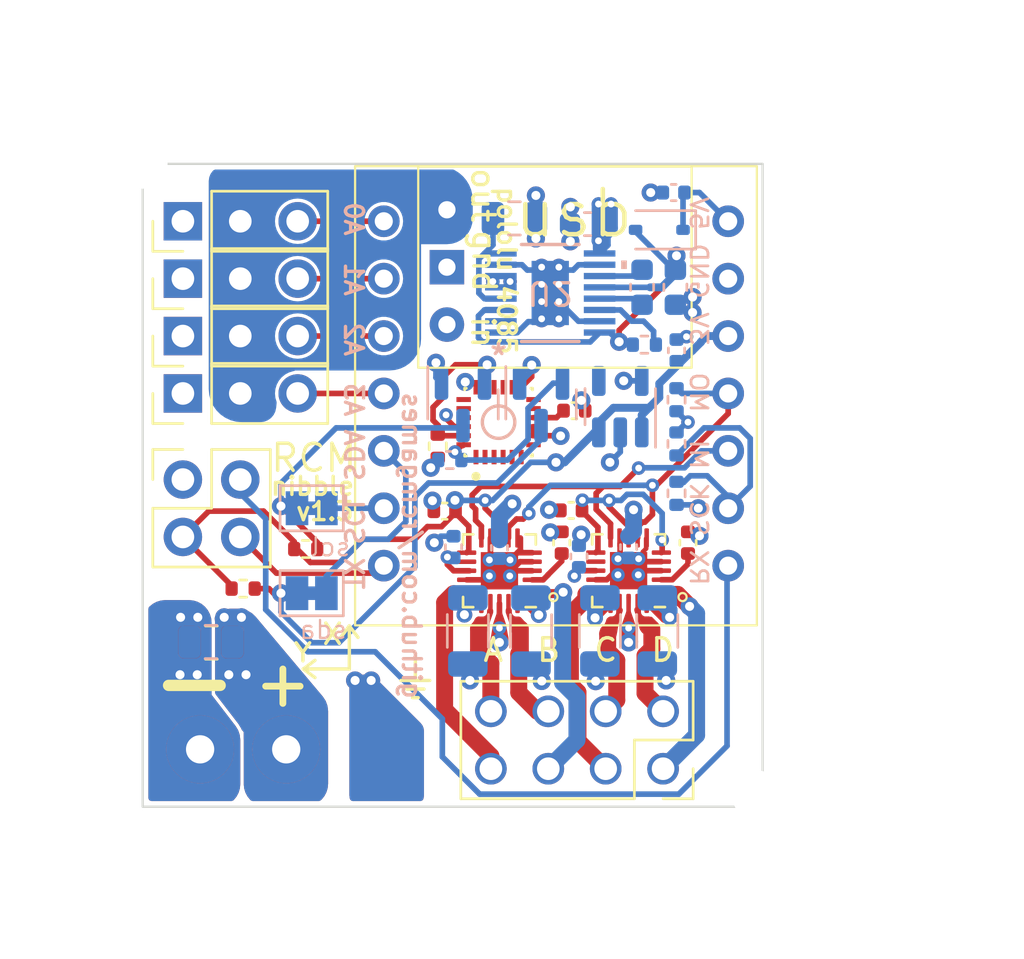
<source format=kicad_pcb>
(kicad_pcb (version 20221018) (generator pcbnew)
  (layers (0 "F.Cu" signal) (1 "In1.Cu" signal) (2 "In2.Cu" signal) (31 "B.Cu" signal) (34 "B.Paste" user) (35 "F.Paste" user) (36 "B.SilkS" user "B.Silkscreen") (37 "F.SilkS" user "F.Silkscreen") (38 "B.Mask" user) (39 "F.Mask" user) (44 "Edge.Cuts" user))
  (net 0 "")
  (net 1 "GND")
  (net 2 "3v")
  (net 3 "Net-(IC1-1,8Vout)")
  (net 4 "Net-(IC2-1,8Vout)")
  (net 5 "Net-(D1-K)")
  (net 6 "Net-(ESP32_QT_PY1-A1)")
  (net 7 "Net-(IC1-VCP)")
  (net 8 "Net-(IC2-VCP)")
  (net 9 "Net-(IC1-OA2)")
  (net 11 "Net-(IC1-OB2)")
  (net 12 "Net-(IC1-BRB)")
  (net 13 "uart")
  (net 14 "sda")
  (net 15 "Net-(IC1-OB1)")
  (net 16 "Net-(IC1-OA1)")
  (net 17 "scl")
  (net 18 "Net-(ESP32_QT_PY1-A2)")
  (net 19 "Net-(ESP32_QT_PY1-A3)")
  (net 20 "enab")
  (net 21 "Net-(ESP32_QT_PY1-A0)")
  (net 22 "Net-(ESP32_QT_PY1-RX)")
  (net 23 "Net-(IC1-BRA)")
  (net 24 "Net-(IC2-OA2)")
  (net 26 "Net-(IC2-OB2)")
  (net 27 "Net-(IC2-BRB)")
  (net 28 "Net-(IC2-OB1)")
  (net 29 "vbat")
  (net 30 "servopower")
  (net 31 "5v")
  (net 45 "Net-(Q3-D)")
  (net 49 "Net-(Q4-D)")
  (net 50 "Net-(Q3-S)")
  (net 51 "Net-(Q4-S)")
  (net 52 "Net-(U3-REGOUT)")
  (net 53 "Net-(ESP32_QT_PY1-TX)")
  (net 54 "Net-(ESP32_QT_PY1-SCK)")
  (net 55 "1.8")
  (net 57 "Net-(IC2-OA1)")
  (net 58 "Net-(IC2-BRA)")
  (net 60 "Net-(C9-Pad2)")
  (net 61 "Net-(U2-C)")
  (net 62 "Net-(U2-C+)")
  (net 63 "Net-(U2-*RST)")
  (footprint "!RCMhardware footprints:PinSocket_2x04_P2.54mm_Vertical" (layer "F.Cu") (at 150.9168 61.0832 -90)
    (fp_text reference "J6" hide)
    (fp_text value "2x04 female header pins")
  )
  (footprint "Connector_PinHeader_2.54mm:PinHeader_1x03_P2.54mm_Vertical" (layer "F.Cu") (at 129.667 36.857 90)
    (fp_text reference "J5" hide)
    (fp_text value "Conn_01x03")
  )
  (footprint "Connector_PinHeader_2.54mm:PinHeader_1x03_P2.54mm_Vertical" (layer "F.Cu") (at 129.667 44.477 90)
    (fp_text reference "J4" hide)
    (fp_text value "Conn_01x03")
  )
  (footprint "!RCMhardware footprints:pololu4085" (layer "F.Cu") (at 141.351 36.349 -90)
    (fp_text reference "U1" hide)
    (fp_text value "pololu 4085")
  )
  (footprint "Capacitor_SMD:C_0805_2012Metric" (layer "F.Cu") (at 130.9268 55.5006 180)
    (fp_text reference "C16" hide)
    (fp_text value "22uF/0805/>=16V")
  )
  (footprint "Connector_PinHeader_2.54mm:PinHeader_1x03_P2.54mm_Vertical" (layer "F.Cu") (at 129.667 41.937 90)
    (fp_text reference "J3" hide)
    (fp_text value "Conn_01x03")
  )
  (footprint "Capacitor_SMD:C_0402_1005Metric" (layer "F.Cu") (at 146.431 51.081 -90)
    (fp_text reference "C17" hide)
    (fp_text value "100nF/0402/16V/X7R/<=10%/ceramic")
  )
  (footprint "!RCMhardware footprints:ESP32 QT PY" (layer "F.Cu") (at 146.177 44.477)
    (fp_text reference "ESP32_QT_PY1" hide)
    (fp_text value "microcontroller")
  )
  (footprint "Connector_PinHeader_2.54mm:PinHeader_2x02_P2.54mm_Vertical" (layer "F.Cu") (at 129.667 48.287)
    (fp_text reference "J9" hide)
    (fp_text value "Conn_02x02_Top_Bottom")
  )
  (footprint "Connector_PinHeader_2.54mm:PinHeader_1x03_P2.54mm_Vertical" (layer "F.Cu") (at 129.667 39.397 90)
    (fp_text reference "J2" hide)
    (fp_text value "Conn_01x03")
  )
  (footprint "Capacitor_SMD:C_0402_1005Metric" (layer "F.Cu") (at 146.9898 45.239)
    (fp_text reference "C11" hide)
    (fp_text value "100nF/0402/16V/X7R/<=10%/ceramic")
  )
  (footprint "Capacitor_SMD:C_0402_1005Metric" (layer "F.Cu") (at 146.85 49.651974 180)
    (fp_text reference "C7" hide)
    (fp_text value "100nF/0402/16V/X7R/<=10%/ceramic")
  )
  (footprint "MountingHole:MountingHole_2.2mm_M2" (layer "F.Cu") (at 155.067 62.257)
    (fp_text reference "H2" hide)
    (fp_text value "MountingHole")
  )
  (footprint "Capacitor_SMD:C_0402_1005Metric" (layer "F.Cu") (at 152.019 51.081 -90)
    (fp_text reference "C18" hide)
    (fp_text value "100nF/0402/16V/X7R/<=10%/ceramic")
  )
  (footprint "!RCMhardware footprints:battery wires" (layer "F.Cu") (at 130.429 60.225 -90)
    (fp_text reference "J1" hide)
    (fp_text value "pads to solder wires to" hide)
  )
  (footprint "Capacitor_SMD:C_0402_1005Metric" (layer "F.Cu") (at 141.252 49.684 180)
    (fp_text reference "C4" hide)
    (fp_text value "100nF/0402/16V/X7R/<=10%/ceramic")
  )
  (footprint "MountingHole:MountingHole_2.2mm_M2" (layer "F.Cu") (at 127.889 34.317)
    (fp_text reference "H1" hide)
    (fp_text value "MountingHole")
  )
  (footprint "Resistor_SMD:R_0402_1005Metric" (layer "F.Cu") (at 132.334 53.113)
    (fp_text reference "R12" hide)
    (fp_text value "10k / <=1%")
  )
  (footprint "!RCMhardware footprints:QFN-20-1EP_3x3mm_P0.4mm_EP1.65x1.65mm" (layer "F.Cu") (at 143.675 52.3234 180)
    (fp_text reference "IC1" hide)
    (fp_text value "TMC7300")
  )
  (footprint "!RCMhardware footprints:QFN40P300X300X105-24N" (layer "F.Cu") (at 143.637 45.747 90)
    (fp_text reference "U3" hide)
    (fp_text value "ICM-20948")
  )
  (footprint "!RCMhardware footprints:QFN-20-1EP_3x3mm_P0.4mm_EP1.65x1.65mm" (layer "F.Cu") (at 149.39 52.318974 180)
    (fp_text reference "IC2" hide)
    (fp_text value "TMC7300")
  )
  (footprint "Resistor_SMD:R_0402_1005Metric" (layer "F.Cu") (at 140.9446 46.8138 -90)
    (fp_text reference "R10" hide)
    (fp_text value "10k / <=1%")
  )
  (footprint "Resistor_SMD:R_0402_1005Metric" (layer "F.Cu") (at 135.1026 51.3604 180)
    (fp_text reference "R9" hide)
    (fp_text value "10k / <=1%")
  )
  (footprint "Resistor_SMD:R_0402_1005Metric" (layer "B.Cu") (at 150.0886 42.318 180)
    (fp_text reference "R7" hide)
    (fp_text value "10k / <=1%")
  )
  (footprint "Capacitor_SMD:C_0603_1608Metric" (layer "B.Cu") (at 147.574 36.984 180)
    (fp_text reference "C13" hide)
    (fp_text value "2.2uF/0603/>=16V")
  )
  (footprint "Capacitor_SMD:C_0402_1005Metric" (layer "B.Cu") (at 149.39 51.274974 -90)
    (fp_text reference "C6" hide)
    (fp_text value "100nF/0402/16V/X7R/<=10%/ceramic")
  )
  (footprint "Package_TO_SOT_SMD:SOT-23" (layer "B.Cu") (at 145.5166 44.9596 -90)
    (fp_text reference "Q4" hide)
    (fp_text value "BSS138, N channel mosfet >=0.22A")
  )
  (footprint "Capacitor_SMD:C_0805_2012Metric" (layer "B.Cu") (at 130.9116 55.4752 180)
    (fp_text reference "C2" hide)
    (fp_text value "22uF/0805/>=16V")
  )
  (footprint "Capacitor_SMD:C_0402_1005Metric" (layer "B.Cu") (at 143.675 51.307 -90)
    (fp_text reference "C3" hide)
    (fp_text value "100nF/0402/16V/X7R/<=10%/ceramic")
  )
  (footprint "Capacitor_SMD:C_0402_1005Metric" (layer "B.Cu") (at 141.643 51.274974 90)
    (fp_text reference "C5" hide)
    (fp_text value "100nF/0402/16V/X7R/<=10%/ceramic")
  )
  (footprint "Capacitor_SMD:C_0603_1608Metric" (layer "B.Cu") (at 151.4602 39.778 90)
    (fp_text reference "C12" hide)
    (fp_text value "22uF/0603/>=16V")
  )
  (footprint "Resistor_SMD:R_0402_1005Metric" (layer "B.Cu") (at 141.478 47.4234)
    (fp_text reference "R13" hide)
    (fp_text value "10k / <=1%")
  )
  (footprint "Jumper:SolderJumper-2_P1.3mm_Bridged_Pad1.0x1.5mm" (layer "B.Cu") (at 135.367 53.3162 180)
    (fp_text reference "NT2" hide)
    (fp_text value "NetTie_2")
  )
  (footprint "Resistor_SMD:R_1206_3216Metric" (layer "B.Cu") (at 150.66 54.985974 90)
    (fp_text reference "R5" hide)
    (fp_text value "120mΩ / 0.5W / 1206 / <=1%")
  )
  (footprint "Diode_SMD:D_SOD-323" (layer "B.Cu") (at 150.749 37.238 180)
    (fp_text reference "D1" hide)
    (fp_text value "1A Zener Diode  / >=1A")
  )
  (footprint "!RCMhardware footprints:MSE_16_ADI" (layer "B.Cu") (at 145.923 40.032)
    (fp_text reference "U2")
    (fp_text value "LTC3246EMSE-PBF / 500mA charge pump")
  )
  (footprint "Resistor_SMD:R_0402_1005Metric" (layer "B.Cu") (at 151.511 46.7102 90)
    (fp_text reference "R2" hide)
    (fp_text value "10k / <=1%")
  )
  (footprint "Resistor_SMD:R_1206_3216Metric" (layer "B.Cu") (at 148.12 54.985974 90)
    (fp_text reference "R6" hide)
    (fp_text value "120mΩ / 0.5W / 1206 / <=1%")
  )
  (footprint "Package_TO_SOT_SMD:SOT-23" (layer "B.Cu") (at 142.0622 44.9596 -90)
    (fp_text reference "Q3" hide)
    (fp_text value "BSS138, N channel mosfet >=0.22A")
  )
  (footprint "Capacitor_SMD:C_0805_2012Metric" (layer "B.Cu") (at 144.338 36.73 180)
    (fp_text reference "C9" hide)
    (fp_text value "22uF/0805/>=16V")
  )
  (footprint "Package_TO_SOT_SMD:SOT-23-5" (layer "B.Cu") (at 149.0218 45.0612 90)
    (fp_text reference "U4" hide)
    (fp_text value "MIC5225-1.8V")
  )
  (footprint "Resistor_SMD:R_1206_3216Metric" (layer "B.Cu") (at 142.278 54.985974 90)
    (fp_text reference "R4" hide)
    (fp_text value "120mΩ / 0.5W / 1206 / <=1%")
  )
  (footprint "Resistor_SMD:R_0402_1005Metric" (layer "B.Cu") (at 151.511 48.8966 90)
    (fp_text reference "R1" hide)
    (fp_text value "30k / <=1%")
  )
  (footprint "Resistor_SMD:R_0402_1005Metric" (layer "B.Cu") (at 151.511 44.7544 -90)
    (fp_text reference "R11" hide)
    (fp_text value "10k / <=1%")
  )
  (footprint "Capacitor_SMD:C_0402_1005Metric" (layer "B.Cu") (at 151.511 42.572 90)
    (fp_text reference "C15" hide)
    (fp_text value "100nF/0402/16V/X7R/<=10%/ceramic")
  )
  (footprint "Capacitor_SMD:C_0402_1005Metric" (layer "B.Cu") (at 147.193 51.6906 90)
    (fp_text reference "C8" hide)
    (fp_text value "100nF/0402/16V/X7R/<=10%/ceramic")
  )
  (footprint "Capacitor_SMD:C_0402_1005Metric" (layer "B.Cu") (at 151.384 35.587 180)
    (fp_text reference "C1" hide)
    (fp_text value "100nF/0402/16V/X7R/<=10%/ceramic")
  )
  (footprint "Capacitor_SMD:C_0603_1608Metric" (layer "B.Cu") (at 149.987 39.778 90)
    (fp_text reference "C10" hide)
    (fp_text value "2.2uF/0603/>=16V")
  )
  (footprint "Jumper:SolderJumper-2_P1.3mm_Bridged_Pad1.0x1.5mm" (layer "B.Cu") (at 135.367 49.557 180)
    (fp_text reference "NT1" hide)
    (fp_text value "NetTie_2")
  )
  (footprint "Resistor_SMD:R_1206_3216Metric" (layer "B.Cu") (at 145.072 54.9904 90)
    (fp_text reference "R3" hide)
    (fp_text value "120mΩ / 0.5W / 1206 / <=1%")
  )
  (gr_circle (center 143.637 45.747) (end 143.129 45.239) (stroke (width 0.15)) (fill none) (layer "B.SilkS"))
  (gr_line (start 135.509 56.288) (end 135.001 56.669) (stroke (width 0.15)) (layer "F.SilkS"))
  (gr_line (start 135.001 56.669) (end 137.033 56.669) (stroke (width 0.15)) (layer "F.SilkS"))
  (gr_line (start 135.509 57.05) (end 135.001 56.669) (stroke (width 0.15)) (layer "F.SilkS"))
  (gr_line (start 137.414 55.272) (end 137.033 54.764) (stroke (width 0.15)) (layer "F.SilkS"))
  (gr_line (start 139.954 56.161) (end 139.954 57.177) (stroke (width 0.15)) (layer "F.SilkS"))
  (gr_line (start 137.033 54.764) (end 136.652 55.272) (stroke (width 0.15)) (layer "F.SilkS"))
  (gr_line (start 139.573 57.558) (end 140.335 57.558) (stroke (width 0.15)) (layer "F.SilkS"))
  (gr_line (start 137.033 56.669) (end 137.033 54.764) (stroke (width 0.15)) (layer "F.SilkS"))
  (gr_line (start 140.589 57.177) (end 139.319 57.177) (stroke (width 0.15)) (layer "F.SilkS"))
  (gr_line (start 140.081 57.939) (end 139.827 57.939) (stroke (width 0.15)) (layer "F.SilkS"))
  (gr_rect (start 127.889 34.317) (end 155.321 62.765) (stroke (width 0.1)) (fill none) (layer "Edge.Cuts"))
  (gr_text "scl\n" (at 137.1346 51.7414) (layer "B.SilkS") (effects (font (size 0.8 0.8) (thickness 0.1)) (justify left bottom mirror)))
  (gr_text "TX SCL SDA A3  A2  A1  A0\n" (at 137.6934 44.5786 270) (layer "B.SilkS") (effects (font (size 0.8 0.8)) (justify top mirror)))
  (gr_text "RX SCK MI  MO  3V GND 5V" (at 152.9334 44.3754 270) (layer "B.SilkS") (effects (font (size 0.75 0.8) (thickness 0.12)) (justify top mirror)))
  (gr_text "github.com/rcmgames" (at 139.319 58.066 -90) (layer "B.SilkS") (effects (font (size 0.8 0.8)) (justify left bottom mirror)))
  (gr_text "sda" (at 136.9822 55.399) (layer "B.SilkS") (effects (font (size 0.8 0.8) (thickness 0.1)) (justify left bottom mirror)))
  (gr_text "Y\n" (at 134.493 56.415) (layer "F.SilkS") (effects (font (size 0.8 0.9)) (justify left bottom)))
  (gr_text "v1.3" (at 134.5946 50.1666) (layer "F.SilkS") (effects (font (size 0.8 0.8)) (justify left bottom)))
  (gr_text "X" (at 135.763 55.653) (layer "F.SilkS") (effects (font (size 0.9 0.9)) (justify left bottom)))
  (gr_text "nibble\n" (at 133.477 49.049) (layer "F.SilkS") (effects (font (size 0.8 0.8)) (justify left bottom)))
  (gr_text "A  B  C  D\n" (at 142.875 56.415) (layer "F.SilkS") (effects (font (size 1 1)) (justify left bottom)))
  (gr_text "RCM" (at 133.477 48.033) (layer "F.SilkS") (effects (font (size 1.2 1.2)) (justify left bottom)))
  (segment (start 144.183 52.3234) (end 144.583 51.9234) (width 0.25) (layer "F.Cu") (net 1))
  (segment (start 143.275 50.8734) (end 143.275 51.9234) (width 0.25) (layer "F.Cu") (net 1))
  (segment (start 143.275 51.9234) (end 143.675 52.3234) (width 0.25) (layer "F.Cu") (net 1))
  (segment (start 150.025 51.483238) (end 150.165 51.343238) (width 0.2) (layer "F.Cu") (net 1))
  (segment (start 149.39 52.318974) (end 149.015 51.943974) (width 0.25) (layer "F.Cu") (net 1))
  (segment (start 144.602 51.3964) (end 144.475 51.5234) (width 0.25) (layer "F.Cu") (net 1))
  (segment (start 149.015 51.943974) (end 149.015 51.107647) (width 0.25) (layer "F.Cu") (net 1))
  (segment (start 148.42462 52.718974) (end 147.94 52.718974) (width 0.25) (layer "F.Cu") (net 1))
  (segment (start 144.602 50.8734) (end 144.602 51.3964) (width 0.25) (layer "F.Cu") (net 1))
  (segment (start 145.125 52.3234) (end 144.183 52.3234) (width 0.25) (layer "F.Cu") (net 1))
  (segment (start 150.84 51.918974) (end 149.79 51.918974) (width 0.25) (layer "F.Cu") (net 1))
  (segment (start 149.39 51.754974) (end 149.39 52.318974) (width 0.25) (layer "F.Cu") (net 1))
  (segment (start 143.675215 52.818225) (end 143.58039 52.7234) (width 0.25) (layer "F.Cu") (net 1))
  (segment (start 143.58039 52.7234) (end 142.225 52.7234) (width 0.25) (layer "F.Cu") (net 1))
  (segment (start 149.39 51.754974) (end 149.78862 51.754974) (width 0.25) (layer "F.Cu") (net 1))
  (segment (start 145.125 51.5234) (end 144.475 51.5234) (width 0.25) (layer "F.Cu") (net 1))
  (segment (start 148.882 52.191974) (end 148.882 52.261594) (width 0.25) (layer "F.Cu") (net 1))
  (segment (start 144.475 51.5234) (end 143.675 52.3234) (width 0.25) (layer "F.Cu") (net 1))
  (segment (start 149.79 51.918974) (end 149.39 52.318974) (width 0.25) (layer "F.Cu") (net 1))
  (segment (start 148.882 52.261594) (end 148.42462 52.718974) (width 0.25) (layer "F.Cu") (net 1))
  (segment (start 149.78862 51.754974) (end 150.025 51.518594) (width 0.2) (layer "F.Cu") (net 1))
  (segment (start 143.713129 51.669149) (end 143.803385 51.669149) (width 0.25) (layer "F.Cu") (net 1))
  (segment (start 150.165 51.343238) (end 150.165 50.893974) (width 0.2) (layer "F.Cu") (net 1))
  (segment (start 144.583 51.9234) (end 145.125 51.9234) (width 0.25) (layer "F.Cu") (net 1))
  (segment (start 150.84 52.318974) (end 149.39 52.318974) (width 0.25) (layer "F.Cu") (net 1))
  (segment (start 150.025 51.518594) (end 150.025 51.483238) (width 0.2) (layer "F.Cu") (net 1))
  (via (at 145.873691 49.624938) (size 0.8) (drill 0.4) (layers "F.Cu" "B.Cu") (net 1))
  (via (at 150.368 35.587) (size 0.8) (drill 0.4) (layers "F.Cu" "B.Cu") (net 1))
  (via (at 146.304 39.651) (size 0.75) (drill 0.3) (layers "F.Cu" "B.Cu") (net 1))
  (via (at 146.812 36.222) (size 0.8) (drill 0.4) (layers "F.Cu" "B.Cu") (net 1))
  (via (at 147.2905 50.726176) (size 0.8) (drill 0.4) (layers "F.Cu" "B.Cu") (net 1))
  (via (at 144.129884 52.5542) (size 0.6) (drill 0.3) (layers "F.Cu" "B.Cu") (net 1))
  (via (at 145.288 35.714) (size 0.8) (drill 0.4) (layers "F.Cu" "B.Cu") (net 1))
  (via (at 146.304 41.175) (size 0.75) (drill 0.3) (layers "F.Cu" "B.Cu") (net 1))
  (via (at 151.0538 57.177) (size 0.8) (drill 0.4) (layers "F.Cu" "B.Cu") (net 1))
  (via (at 129.54 56.923) (size 0.8) (drill 0.4) (layers "F.Cu" "B.Cu") (net 1))
  (via (at 145.288 37.619) (size 0.8) (drill 0.4) (layers "F.Cu" "B.Cu") (net 1))
  (via (at 129.5654 54.383) (size 0.8) (drill 0.4) (layers "F.Cu" "B.Cu") (net 1))
  (via (at 152.2222 40.8956) (size 0.8) (drill 0.4) (layers "F.Cu" "B.Cu") (net 1))
  (via (at 152.2222 40.2098) (size 0.8) (drill 0.4) (layers "F.Cu" "B.Cu") (net 1))
  (via (at 148.5646 47.525) (size 0.8) (drill 0.4) (layers "F.Cu" "B.Cu") (net 1))
  (via (at 137.9982 57.177) (size 0.8) (drill 0.4) (layers "F.Cu" "B.Cu") (net 1))
  (via (at 142.1627 43.969) (size 0.8) (drill 0.4) (layers "F.Cu" "B.Cu") (net 1))
  (via (at 140.7922 51.081) (size 0.8) (drill 0.4) (layers "F.Cu" "B.Cu") (net 1))
  (via (at 140.710344 49.221144) (size 0.8) (drill 0.4) (layers "F.Cu" "B.Cu") (net 1))
  (via (at 145.542 40.413) (size 0.75) (drill 0.3) (layers "F.Cu" "B.Cu") (net 1))
  (via (at 145.542 41.175) (size 0.75) (drill 0.3) (layers "F.Cu" "B.Cu") (net 1))
  (via (at 152.019 45.747) (size 0.6) (drill 0.3) (layers "F.Cu" "B.Cu") (net 1))
  (via (at 137.287 57.177) (size 0.8) (drill 0.4) (layers "F.Cu" "B.Cu") (net 1))
  (via (at 130.302 56.923) (size 0.8) (drill 0.4) (layers "F.Cu" "B.Cu") (net 1))
  (via (at 146.812 37.746) (size 0.8) (drill 0.4) (layers "F.Cu" "B.Cu") (net 1))
  (via (at 145.5475 57.201099) (size 0.8) (drill 0.4) (layers "F.Cu" "B.Cu") (net 1))
  (via (at 130.3274 54.383) (size 0.8) (drill 0.4) (layers "F.Cu" "B.Cu") (net 1))
  (via (at 143.2306 51.843) (size 0.6) (drill 0.3) (layers "F.Cu" "B.Cu") (net 1))
  (via (at 151.952018 41.965367) (size 0.6) (drill 0.3) (layers "F.Cu" "B.Cu") (net 1))
  (via (at 146.304 38.889) (size 0.75) (drill 0.3) (layers "F.Cu" "B.Cu") (net 1))
  (via (at 149.8346 51.7922) (size 0.6) (drill 0.3) (layers "F.Cu" "B.Cu") (net 1))
  (via (at 148.9202 52.5034) (size 0.6) (drill 0.3) (layers "F.Cu" "B.Cu") (net 1))
  (via (at 147.298604 44.7818) (size 0.8) (drill 0.4) (layers "F.Cu" "B.Cu") (net 1))
  (via (at 143.2306 52.5542) (size 0.6) (drill 0.3) (layers "F.Cu" "B.Cu") (net 1))
  (via (at 145.542 39.651) (size 0.75) (drill 0.3) (layers "F.Cu" "B.Cu") (net 1))
  (via (at 149.819484 52.5034) (size 0.6) (drill 0.3) (layers "F.Cu" "B.Cu") (net 1))
  (via (at 145.542 38.889) (size 0.75) (drill 0.3) (layers "F.Cu" "B.Cu") (net 1))
  (via (at 142.369 57.177) (size 0.8) (drill 0.4) (layers "F.Cu" "B.Cu") (net 1))
  (via (at 148.9202 51.7922) (size 0.6) (drill 0.3) (layers "F.Cu" "B.Cu") (net 1))
  (via (at 146.304 40.413) (size 0.75) (drill 0.3) (layers "F.Cu" "B.Cu") (net 1))
  (via (at 144.145 51.843) (size 0.6) (drill 0.3) (layers "F.Cu" "B.Cu") (net 1))
  (via (at 147.933826 57.209355) (size 0.8) (drill 0.4) (layers "F.Cu" "B.Cu") (net 1))
  (segment (start 144.94571 41.302) (end 145.542 41.302) (width 0.25) (layer "B.Cu") (net 1))
  (segment (start 146.177 39.778) (end 145.923 40.032) (width 0.25) (layer "B.Cu") (net 1))
  (segment (start 146.304 39.778) (end 146.177 39.778) (width 0.25) (layer "B.Cu") (net 1))
  (segment (start 146.304 39.651) (end 146.304 39.778) (width 0.25) (layer "B.Cu") (net 1))
  (segment (start 146.304 39.016) (end 146.304 39.651) (width 0.25) (layer "B.Cu") (net 1))
  (segment (start 146.304 40.54) (end 146.304 40.413) (width 0.25) (layer "B.Cu") (net 1))
  (segment (start 152.019 45.747) (end 151.9642 45.747) (width 0.25) (layer "B.Cu") (net 1))
  (segment (start 152.019 45.747) (end 151.9936 45.747) (width 0.25) (layer "B.Cu") (net 1))
  (segment (start 145.542 40.70571) (end 145.542 40.70571) (width 0.25) (layer "B.Cu") (net 1))
  (segment (start 147.173 41.282) (end 146.431 40.54) (width 0.25) (layer "B.Cu") (net 1))
  (segment (start 145.542 39.651) (end 145.542 39.778) (width 0.25) (layer "B.Cu") (net 1))
  (segment (start 145.542 41.302) (end 145.542 40.70571) (width 0.25) (layer "B.Cu") (net 1))
  (segment (start 149.0218 47.0678) (end 149.0218 46.1987) (width 0.25) (layer "B.Cu") (net 1))
  (segment (start 151.9642 45.747) (end 151.511 46.2002) (width 0.25) (layer "B.Cu") (net 1))
  (segment (start 146.304 39.651) (end 146.304 39.651) (width 0.25) (layer "B.Cu") (net 1))
  (segment (start 144.907 39.016) (end 145.542 39.016) (width 0.25) (layer "B.Cu") (net 1))
  (segment (start 145.923 40.32471) (end 145.923 40.032) (width 0.25) (layer "B.Cu") (net 1))
  (segment (start 148.1074 41.282) (end 147.173 41.282) (width 0.25) (layer "B.Cu") (net 1))
  (segment (start 143.7386 38.782) (end 144.673 38.782) (width 0.25) (layer "B.Cu") (net 1))
  (segment (start 151.9936 45.747) (end 151.511 45.2644) (width 0.25) (layer "B.Cu") (net 1))
  (segment (start 147.173 38.782) (end 146.939 39.016) (width 0.25) (layer "B.Cu") (net 1))
  (segment (start 148.5646 47.525) (end 149.0218 47.0678) (width 0.25) (layer "B.Cu") (net 1))
  (segment (start 145.542 40.54) (end 145.70771 40.54) (width 0.25) (layer "B.Cu") (net 1))
  (segment (start 146.431 40.54) (end 146.304 40.54) (width 0.25) (layer "B.Cu") (net 1))
  (segment (start 145.542 40.70571) (end 145.542 40.54) (width 0.25) (layer "B.Cu") (net 1))
  (segment (start 144.673 38.782) (end 144.907 39.016) (width 0.25) (layer "B.Cu") (net 1))
  (segment (start 145.70771 40.54) (end 145.923 40.32471) (width 0.25) (layer "B.Cu") (net 1))
  (segment (start 143.7386 41.782002) (end 144.465708 41.782002) (width 0.25) (layer "B.Cu") (net 1))
  (segment (start 146.304 40.413) (end 145.923 40.032) (width 0.25) (layer "B.Cu") (net 1))
  (segment (start 145.669 39.778) (end 145.923 40.032) (width 0.25) (layer "B.Cu") (net 1))
  (segment (start 145.542 39.016) (end 145.542 39.651) (width 0.25) (layer "B.Cu") (net 1))
  (segment (start 141.078226 50.794974) (end 141.643 50.794974) (width 0.25) (layer "B.Cu") (net 1))
  (segment (start 144.465708 41.782002) (end 144.94571 41.302) (width 0.25) (layer "B.Cu") (net 1))
  (segment (start 146.939 39.016) (end 146.304 39.016) (width 0.25) (layer "B.Cu") (net 1))
  (segment (start 145.542 39.651) (end 145.542 39.651) (width 0.25) (layer "B.Cu") (net 1))
  (segment (start 148.1074 38.782) (end 147.173 38.782) (width 0.25) (layer "B.Cu") (net 1))
  (segment (start 140.7922 51.081) (end 141.078226 50.794974) (width 0.25) (layer "B.Cu") (net 1))
  (segment (start 145.542 39.778) (end 145.669 39.778) (width 0.25) (layer "B.Cu") (net 1))
  (segment (start 140.4874 50.3698) (end 139.9286 50.9286) (width 0.25) (layer "F.Cu") (net 2))
  (segment (start 143.675 50.187974) (end 143.675 50.8734) (width 0.25) (layer "F.Cu") (net 2))
  (segment (start 141.7066 49.2014) (end 141.7066 49.743574) (width 0.25) (layer "F.Cu") (net 2))
  (segment (start 148.033 51.425974) (end 147.94 51.518974) (width 0.25) (layer "F.Cu") (net 2))
  (segment (start 136.6158 51.9554) (end 135.307774 51.9554) (width 0.25) (layer "F.Cu") (net 2))
  (segment (start 150.876 50.954) (end 150.876 51.482974) (width 0.25) (layer "F.Cu") (net 2))
  (segment (start 141.7066 49.2014) (end 141.7066 49.776779) (width 0.25) (layer "F.Cu") (net 2))
  (segment (start 148.033 50.397) (end 148.033 51.425974) (width 0.25) (layer "F.Cu") (net 2))
  (segment (start 129.667 50.827) (end 131.824 52.984) (width 0.25) (layer "F.Cu") (net 2))
  (segment (start 141.113579 50.3698) (end 140.4874 50.3698) (width 0.25) (layer "F.Cu") (net 2))
  (segment (start 139.9286 50.9286) (end 137.6426 50.9286) (width 0.25) (layer "F.Cu") (net 2))
  (segment (start 143.042647 49.210474) (end 143.042647 49.555621) (width 0.25) (layer "F.Cu") (net 2))
  (segment (start 149.39 50.357) (end 149.39 50.868974) (width 0.25) (layer "F.Cu") (net 2))
  (segment (start 147.3454 49.2014) (end 147.3454 49.7094) (width 0.25) (layer "F.Cu") (net 2))
  (segment (start 137.6426 50.9286) (end 136.6158 51.9554) (width 0.25) (layer "F.Cu") (net 2))
  (segment (start 141.7066 49.776779) (end 141.113579 50.3698) (width 0.25) (layer "F.Cu") (net 2))
  (segment (start 142.318 51.4304) (end 142.225 51.5234) (width 0.25) (layer "F.Cu") (net 2))
  (segment (start 150.876 51.482974) (end 150.84 51.518974) (width 0.25) (layer "F.Cu") (net 2))
  (segment (start 148.5295 49.210474) (end 148.5295 49.4965) (width 0.25) (layer "F.Cu") (net 2))
  (segment (start 134.5926 51.3604) (end 134.5926 51.0404) (width 0.25) (layer "F.Cu") (net 2))
  (segment (start 135.307774 51.9554) (end 134.712774 51.3604) (width 0.25) (layer "F.Cu") (net 2))
  (segment (start 141.7066 49.743574) (end 142.318 50.354974) (width 0.25) (layer "F.Cu") (net 2))
  (segment (start 143.042647 49.555621) (end 143.675 50.187974) (width 0.25) (layer "F.Cu") (net 2))
  (segment (start 133.2362 49.684) (end 130.81 49.684) (width 0.25) (layer "F.Cu") (net 2))
  (segment (start 130.81 49.684) (end 129.667 50.827) (width 0.25) (layer "F.Cu") (net 2))
  (segment (start 142.318 50.354974) (end 142.318 51.4304) (width 0.25) (layer "F.Cu") (net 2))
  (segment (start 134.5926 51.0404) (end 133.2362 49.684) (width 0.25) (layer "F.Cu") (net 2))
  (segment (start 134.712774 51.3604) (end 134.5926 51.3604) (width 0.25) (layer "F.Cu") (net 2))
  (segment (start 148.5295 49.4965) (end 149.39 50.357) (width 0.25) (layer "F.Cu") (net 2))
  (segment (start 147.3454 49.7094) (end 148.033 50.397) (width 0.25) (layer "F.Cu") (net 2))
  (via (at 150.876 50.954) (size 0.6) (drill 0.3) (layers "F.Cu" "B.Cu") (net 2))
  (via (at 146.177 47.525) (size 0.8) (drill 0.4) (layers "F.Cu" "B.Cu") (net 2))
  (via (at 147.3454 49.2014) (size 0.6) (drill 0.3) (layers "F.Cu" "B.Cu") (net 2))
  (via (at 148.5295 49.210474) (size 0.6) (drill 0.3) (layers "F.Cu" "B.Cu") (net 2))
  (via (at 141.7066 49.2014) (size 0.8) (drill 0.4) (layers "F.Cu" "B.Cu") (net 2))
  (via (at 143.042647 49.210474) (size 0.6) (drill 0.3) (layers "F.Cu" "B.Cu") (net 2))
  (segment (start 152.210902 42.590367) (end 152.5905 42.210769) (width 0.35) (layer "B.Cu") (net 2))
  (segment (start 141.715674 49.210474) (end 143.042647 49.210474) (width 0.25) (layer "B.Cu") (net 2))
  (segment (start 152.5905 42.191) (end 152.8445 41.937) (width 0.35) (layer "B.Cu") (net 2))
  (segment (start 146.558 47.525) (end 147.8843 46.1987) (width 0.35) (layer "B.Cu") (net 2))
  (segment (start 150.032189 48.941789) (end 150.876 49.7856) (width 0.25) (layer "B.Cu") (net 2))
  (segment (start 150.876 49.7856) (end 150.876 50.954) (width 0.25) (layer "B.Cu") (net 2))
  (segment (start 147.8843 46.1987) (end 148.0718 46.1987) (width 0.35) (layer "B.Cu") (net 2))
  (segment (start 143.373926 49.210474) (end 145.0594 47.525) (width 0.25) (layer "B.Cu") (net 2))
  (segment (start 149.324082 48.941789) (end 150.032189 48.941789) (width 0.25) (layer "B.Cu") (net 2))
  (segment (start 148.5295 49.210474) (end 147.354474 49.210474) (width 0.25) (layer "B.Cu") (net 2))
  (segment (start 148.717 45.112) (end 150.2918 45.112) (width 0.35) (layer "B.Cu") (net 2))
  (segment (start 149.9718 45.432) (end 150.3045 45.0993) (width 0.35) (layer "B.Cu") (net 2))
  (segment (start 152.8445 41.937) (end 153.797 41.937) (width 0.35) (layer "B.Cu") (net 2))
  (segment (start 149.055397 49.210474) (end 149.324082 48.941789) (width 0.25) (layer "B.Cu") (net 2))
  (segment (start 146.177 47.525) (end 146.558 47.525) (width 0.35) (layer "B.Cu") (net 2))
  (segment (start 152.194495 42.590367) (end 152.210902 42.590367) (width 0.35) (layer "B.Cu") (net 2))
  (segment (start 150.749 44.035862) (end 152.194495 42.590367) (width 0.35) (layer "B.Cu") (net 2))
  (segment (start 150.3045 45.0993) (end 150.749 44.6548) (width 0.35) (layer "B.Cu") (net 2))
  (segment (start 143.042647 49.210474) (end 143.373926 49.210474) (width 0.25) (layer "B.Cu") (net 2))
  (segment (start 147.354474 49.210474) (end 147.3454 49.2014) (width 0.25) (layer "B.Cu") (net 2))
  (segment (start 150.2918 45.112) (end 150.3045 45.0993) (width 0.35) (layer "B.Cu") (net 2))
  (segment (start 150.749 44.6548) (end 150.749 44.035862) (width 0.35) (layer "B.Cu") (net 2))
  (segment (start 148.0718 45.7572) (end 148.717 45.112) (width 0.35) (layer "B.Cu") (net 2))
  (segment (start 152.5905 42.210769) (end 152.5905 42.191) (width 0.35) (layer "B.Cu") (net 2))
  (segment (start 145.0594 47.525) (end 146.177 47.525) (width 0.25) (layer "B.Cu") (net 2))
  (segment (start 149.9718 46.1987) (end 149.9718 45.432) (width 0.35) (layer "B.Cu") (net 2))
  (segment (start 141.7066 49.2014) (end 141.715674 49.210474) (width 0.25) (layer "B.Cu") (net 2))
  (segment (start 148.5295 49.210474) (end 149.055397 49.210474) (width 0.25) (layer "B.Cu") (net 2))
  (segment (start 148.0718 46.2241) (end 148.0718 45.7572) (width 0.35) (layer "B.Cu") (net 2))
  (segment (start 141.370563 51.712331) (end 141.370563 52.046537) (width 0.25) (layer "F.Cu") (net 3))
  (segment (start 141.647426 52.3234) (end 142.352 52.3234) (width 0.25) (layer "F.Cu") (net 3))
  (segment (start 141.370563 52.046537) (end 141.647426 52.3234) (width 0.25) (layer "F.Cu") (net 3))
  (via (at 141.370563 51.716) (size 0.6) (drill 0.3) (layers "F.Cu" "B.Cu") (net 3))
  (segment (start 146.9898 52.5542) (end 147.225026 52.318974) (width 0.25) (layer "F.Cu") (net 4))
  (segment (start 147.225026 52.318974) (end 147.94 52.318974) (width 0.25) (layer "F.Cu") (net 4))
  (via (at 146.9898 52.5542) (size 0.6) (drill 0.3) (layers "F.Cu" "B.Cu") (net 4))
  (segment (start 151.737 35.587) (end 152.527 35.587) (width 0.25) (layer "B.Cu") (net 5))
  (segment (start 152.527 35.587) (end 153.797 36.857) (width 0.25) (layer "B.Cu") (net 5))
  (segment (start 151.799 37.238) (end 151.799 35.649) (width 0.25) (layer "B.Cu") (net 5))
  (segment (start 151.799 35.649) (end 151.737 35.587) (width 0.25) (layer "B.Cu") (net 5))
  (segment (start 138.557 39.397) (end 134.747 39.397) (width 0.25) (layer "F.Cu") (net 6))
  (segment (start 145.825 52.4998) (end 145.825 52.50802) (width 0.25) (layer "F.Cu") (net 7))
  (segment (start 146.431 51.561) (end 146.431 51.8938) (width 0.25) (layer "F.Cu") (net 7))
  (segment (start 145.825 52.50802) (end 145.60962 52.7234) (width 0.25) (layer "F.Cu") (net 7))
  (segment (start 146.431 51.8938) (end 145.825 52.4998) (width 0.25) (layer "F.Cu") (net 7))
  (segment (start 145.60962 52.7234) (end 145.125 52.7234) (width 0.25) (layer "F.Cu") (net 7))
  (segment (start 152.019 52.024594) (end 151.32462 52.718974) (width 0.25) (layer "F.Cu") (net 8))
  (segment (start 152.019 51.561) (end 152.019 52.024594) (width 0.25) (layer "F.Cu") (net 8))
  (segment (start 151.32462 52.718974) (end 150.84 52.718974) (width 0.25) (layer "F.Cu") (net 8))
  (segment (start 145.707 53.334974) (end 146.432097 53.334974) (width 0.4) (layer "F.Cu") (net 9))
  (segment (start 145.58 53.207974) (end 145.707 53.334974) (width 0.4) (layer "F.Cu") (net 9))
  (segment (start 146.432097 53.334974) (end 146.4965 53.270571) (width 0.75) (layer "F.Cu") (net 9))
  (via (at 146.4965 53.270571) (size 0.8) (drill 0.4) (layers "F.Cu" "B.Cu") (net 9))
  (segment (start 146.472 53.295071) (end 146.472 53.334974) (width 0.75) (layer "B.Cu") (net 9))
  (segment (start 146.472 57.274974) (end 147.104 57.906974) (width 0.75) (layer "B.Cu") (net 9))
  (segment (start 147.104 57.906974) (end 147.104 59.811974) (width 0.75) (layer "B.Cu") (net 9))
  (segment (start 146.4965 53.270571) (end 146.472 53.295071) (width 0.75) (layer "B.Cu") (net 9))
  (segment (start 147.104 59.811974) (end 145.834 61.081974) (width 0.75) (layer "B.Cu") (net 9))
  (segment (start 146.472 53.295071) (end 146.472 57.274974) (width 0.75) (layer "B.Cu") (net 9))
  (segment (start 141.2494 53.728574) (end 141.643 53.334974) (width 0.75) (layer "F.Cu") (net 11))
  (segment (start 143.294 61.081974) (end 143.295226 61.0832) (width 0.75) (layer "F.Cu") (net 11))
  (segment (start 143.295226 61.0832) (end 143.2968 61.0832) (width 0.75) (layer "F.Cu") (net 11))
  (segment (start 141.2494 58.4724) (end 141.2494 53.728574) (width 0.75) (layer "F.Cu") (net 11))
  (segment (start 143.2968 61.0832) (end 143.2968 60.5198) (width 0.75) (layer "F.Cu") (net 11))
  (segment (start 143.2968 60.5198) (end 141.2494 58.4724) (width 0.75) (layer "F.Cu") (net 11))
  (segment (start 142.1239 54.267752) (end 142.1239 54.030148) (width 0.5) (layer "F.Cu") (net 12))
  (segment (start 142.431448 53.7226) (end 142.7226 53.7226) (width 0.5) (layer "F.Cu") (net 12))
  (segment (start 142.1239 54.030148) (end 142.431448 53.7226) (width 0.5) (layer "F.Cu") (net 12))
  (via (at 142.1239 54.267752) (size 0.7) (drill 0.4) (layers "F.Cu" "B.Cu") (net 12))
  (segment (start 142.467647 48.972301) (end 142.848148 48.5918) (width 0.25) (layer "F.Cu") (net 13))
  (segment (start 142.875 50.8734) (end 142.875 50.346289) (width 0.25) (layer "F.Cu") (net 13))
  (segment (start 142.467647 49.448647) (end 142.467647 48.972301) (width 0.25) (layer "F.Cu") (net 13))
  (segment (start 147.955 49.6078) (end 147.955 48.8966) (width 0.25) (layer "F.Cu") (net 13))
  (segment (start 149.0218 48.5918) (end 149.8346 47.779) (width 0.25) (layer "F.Cu") (net 13))
  (segment (start 148.59 50.868974) (end 148.59 50.2428) (width 0.25) (layer "F.Cu") (net 13))
  (segment (start 142.875 50.346289) (end 142.621 50.092289) (width 0.25) (layer "F.Cu") (net 13))
  (segment (start 148.59 50.2428) (end 147.955 49.6078) (width 0.25) (layer "F.Cu") (net 13))
  (segment (start 142.621 49.602) (end 142.467647 49.448647) (width 0.25) (layer "F.Cu") (net 13))
  (segment (start 142.848148 48.5918) (end 149.0218 48.5918) (width 0.25) (layer "F.Cu") (net 13))
  (segment (start 147.955 48.8966) (end 148.2598 48.5918) (width 0.25) (layer "F.Cu") (net 13))
  (segment (start 142.621 50.092289) (end 142.621 49.602) (width 0.25) (layer "F.Cu") (net 13))
  (via (at 149.8346 47.779) (size 0.6) (drill 0.3) (layers "F.Cu" "B.Cu") (net 13))
  (segment (start 149.8484 47.7652) (end 151.865826 47.7652) (width 0.25) (layer "B.Cu") (net 13))
  (segment (start 151.865826 47.7652) (end 152.614026 47.017) (width 0.25) (layer "B.Cu") (net 13))
  (segment (start 149.8346 47.779) (end 149.8484 47.7652) (width 0.25) (layer "B.Cu") (net 13))
  (segment (start 152.614026 47.017) (end 153.797 47.017) (width 0.25) (layer "B.Cu") (net 13))
  (segment (start 137.6426 50.9286) (end 138.7602 50.9286) (width 0.25) (layer "B.Cu") (net 14))
  (segment (start 138.7602 50.9286) (end 139.532 50.1568) (width 0.25) (layer "B.Cu") (net 14))
  (segment (start 136.017 53.3162) (end 136.017 52.5542) (width 0.25) (layer "B.Cu") (net 14))
  (segment (start 139.532 47.992) (end 138.557 47.017) (width 0.25) (layer "B.Cu") (net 14))
  (segment (start 139.532 50.1568) (end 139.532 47.992) (width 0.25) (layer "B.Cu") (net 14))
  (segment (start 136.017 52.5542) (end 137.6426 50.9286) (width 0.25) (layer "B.Cu") (net 14))
  (segment (start 142.75 55.877122) (end 142.75 54.896574) (width 0.75) (layer "F.Cu") (net 15))
  (segment (start 143.294 58.541974) (end 143.294 56.421122) (width 0.75) (layer "F.Cu") (net 15))
  (segment (start 143.294 56.421122) (end 142.75 55.877122) (width 0.75) (layer "F.Cu") (net 15))
  (segment (start 142.75 54.896574) (end 142.7876 54.858974) (width 0.75) (layer "F.Cu") (net 15))
  (segment (start 144.6 55.929426) (end 144.6 54.893374) (width 0.75) (layer "F.Cu") (net 16))
  (segment (start 145.357574 58.541974) (end 144.5296 57.714) (width 0.75) (layer "F.Cu") (net 16))
  (segment (start 144.5296 57.714) (end 144.5296 55.999826) (width 0.75) (layer "F.Cu") (net 16))
  (segment (start 144.5296 55.999826) (end 144.6 55.929426) (width 0.75) (layer "F.Cu") (net 16))
  (segment (start 145.834 58.541974) (end 145.357574 58.541974) (width 0.75) (layer "F.Cu") (net 16))
  (segment (start 136.017 49.557) (end 138.557 49.557) (width 0.25) (layer "B.Cu") (net 17))
  (segment (start 138.557 41.937) (end 134.747 41.937) (width 0.25) (layer "F.Cu") (net 18))
  (segment (start 138.557 44.477) (end 134.747 44.477) (width 0.25) (layer "F.Cu") (net 19))
  (segment (start 144.974965 49.785791) (end 144.727782 50.032974) (width 0.25) (layer "F.Cu") (net 20))
  (segment (start 150.622 48.541) (end 153.797 45.366) (width 0.25) (layer "F.Cu") (net 20))
  (segment (start 150.4442 48.541) (end 150.4442 49.8364) (width 0.25) (layer "F.Cu") (net 20))
  (segment (start 150.4442 49.8364) (end 150.111626 50.168974) (width 0.25) (layer "F.Cu") (net 20))
  (segment (start 150.00538 50.168974) (end 149.79 50.384354) (width 0.25) (layer "F.Cu") (net 20))
  (segment (start 153.7228 44.5512) (end 153.797 44.477) (width 0.25) (layer "F.Cu") (net 20))
  (segment (start 150.111626 50.168974) (end 150.00538 50.168974) (width 0.25) (layer "F.Cu") (net 20))
  (segment (start 153.797 45.366) (end 153.797 44.477) (width 0.25) (layer "F.Cu") (net 20))
  (segment (start 144.430806 50.032974) (end 144.075 50.38878) (width 0.25) (layer "F.Cu") (net 20))
  (segment (start 144.727782 50.032974) (end 144.430806 50.032974) (width 0.25) (layer "F.Cu") (net 20))
  (segment (start 150.4442 48.541) (end 150.622 48.541) (width 0.25) (layer "F.Cu") (net 20))
  (segment (start 144.075 50.38878) (end 144.075 50.8734) (width 0.25) (layer "F.Cu") (net 20))
  (segment (start 149.79 50.384354) (end 149.79 50.868974) (width 0.25) (layer "F.Cu") (net 20))
  (via (at 150.4442 48.541) (size 0.6) (drill 0.3) (layers "F.Cu" "B.Cu") (net 20))
  (via (at 144.974965 49.785791) (size 0.6) (drill 0.3) (layers "F.Cu" "B.Cu") (net 20))
  (segment (start 145.928185 48.541789) (end 144.974965 49.495009) (width 0.25) (layer "B.Cu") (net 20))
  (segment (start 150.4442 48.541) (end 150.049746 48.541) (width 0.25) (layer "B.Cu") (net 20))
  (segment (start 153.797 44.477) (end 151.7436 44.477) (width 0.25) (layer "B.Cu") (net 20))
  (segment (start 151.7436 44.477) (end 151.511 44.2444) (width 0.25) (layer "B.Cu") (net 20))
  (segment (start 150.049746 48.541) (end 150.048957 48.541789) (width 0.25) (layer "B.Cu") (net 20))
  (segment (start 150.048957 48.541789) (end 145.928185 48.541789) (width 0.25) (layer "B.Cu") (net 20))
  (segment (start 144.974965 49.495009) (end 144.974965 49.785791) (width 0.25) (layer "B.Cu") (net 20))
  (segment (start 138.557 36.857) (end 134.747 36.857) (width 0.25) (layer "F.Cu") (net 21))
  (segment (start 141.1478 60.5552) (end 141.1478 58.8788) (width 0.25) (layer "B.Cu") (net 22))
  (segment (start 141.1478 58.8788) (end 138.176 55.907) (width 0.25) (layer "B.Cu") (net 22))
  (segment (start 151.6106 62.2082) (end 142.8008 62.2082) (width 0.25) (layer "B.Cu") (net 22))
  (segment (start 132.207 48.8966) (end 132.207 48.287) (width 0.25) (layer "B.Cu") (net 22))
  (segment (start 138.176 55.907) (end 135.197314 55.907) (width 0.25) (layer "B.Cu") (net 22))
  (segment (start 133.332 54.041686) (end 133.332 50.0216) (width 0.25) (layer "B.Cu") (net 22))
  (segment (start 133.332 50.0216) (end 132.207 48.8966) (width 0.25) (layer "B.Cu") (net 22))
  (segment (start 142.8008 62.2082) (end 141.1478 60.5552) (width 0.25) (layer "B.Cu") (net 22))
  (segment (start 153.7462 52.1478) (end 153.7462 60.0726) (width 0.25) (layer "B.Cu") (net 22))
  (segment (start 153.7462 60.0726) (end 151.6106 62.2082) (width 0.25) (layer "B.Cu") (net 22))
  (segment (start 135.197314 55.907) (end 133.332 54.041686) (width 0.25) (layer "B.Cu") (net 22))
  (segment (start 153.797 52.097) (end 153.7462 52.1478) (width 0.25) (layer "B.Cu") (net 22))
  (segment (start 145.415 54.2814) (end 145.415 54.2306) (width 0.5) (layer "F.Cu") (net 23))
  (segment (start 145.415 54.2306) (end 144.907 53.7226) (width 0.5) (layer "F.Cu") (net 23))
  (segment (start 144.907 53.7226) (end 144.653 53.7226) (width 0.5) (layer "F.Cu") (net 23))
  (via (at 145.415 54.2814) (size 0.7) (drill 0.4) (layers "F.Cu" "B.Cu") (net 23))
  (segment (start 152.089274 53.898554) (end 151.559694 53.368974) (width 0.75) (layer "F.Cu") (net 24))
  (segment (start 151.559694 53.368974) (end 151.224428 53.368974) (width 0.75) (layer "F.Cu") (net 24))
  (via (at 152.089274 53.898554) (size 0.8) (drill 0.4) (layers "F.Cu" "B.Cu") (net 24))
  (segment (start 152.4 54.20928) (end 152.4 59.595974) (width 0.75) (layer "B.Cu") (net 24))
  (segment (start 152.089274 53.898554) (end 152.4 54.20928) (width 0.75) (layer "B.Cu") (net 24))
  (segment (start 152.4 59.595974) (end 150.914 61.081974) (width 0.75) (layer "B.Cu") (net 24))
  (segment (start 147.149 57.697974) (end 146.8156 57.364574) (width 0.75) (layer "F.Cu") (net 26))
  (segment (start 146.8156 54.224263) (end 146.844292 54.195571) (width 0.75) (layer "F.Cu") (net 26))
  (segment (start 147.4978 53.577419) (end 147.4978 53.367) (width 0.75) (layer "F.Cu") (net 26))
  (segment (start 147.149 59.856974) (end 147.149 57.697974) (width 0.75) (layer "F.Cu") (net 26))
  (segment (start 148.374 61.081974) (end 147.149 59.856974) (width 0.75) (layer "F.Cu") (net 26))
  (segment (start 146.844292 54.195571) (end 146.879648 54.195571) (width 0.75) (layer "F.Cu") (net 26))
  (segment (start 146.879648 54.195571) (end 147.4978 53.577419) (width 0.75) (layer "F.Cu") (net 26))
  (segment (start 146.8156 57.364574) (end 146.8156 54.224263) (width 0.75) (layer "F.Cu") (net 26))
  (segment (start 147.93262 54.405769) (end 147.93262 54.30378) (width 0.5) (layer "F.Cu") (net 27))
  (segment (start 148.39 53.8464) (end 148.39 53.621) (width 0.5) (layer "F.Cu") (net 27))
  (segment (start 147.93262 54.30378) (end 148.39 53.8464) (width 0.5) (layer "F.Cu") (net 27))
  (via (at 147.906181 54.405769) (size 0.7) (drill 0.4) (layers "F.Cu" "B.Cu") (net 27))
  (segment (start 147.906181 54.405769) (end 147.906181 53.737293) (width 0.7) (layer "B.Cu") (net 27))
  (segment (start 147.906181 53.737293) (end 148.12 53.523474) (width 0.25) (layer "B.Cu") (net 27))
  (segment (start 148.465 55.110826) (end 148.497713 55.078113) (width 0.75) (layer "F.Cu") (net 28))
  (segment (start 148.866264 58.04971) (end 148.866264 56.278386) (width 0.75) (layer "F.Cu") (net 28))
  (segment (start 148.465 55.877122) (end 148.465 55.110826) (width 0.75) (layer "F.Cu") (net 28))
  (segment (start 148.866264 56.278386) (end 148.465 55.877122) (width 0.75) (layer "F.Cu") (net 28))
  (segment (start 148.374 58.541974) (end 148.866264 58.04971) (width 0.75) (layer "F.Cu") (net 28))
  (segment (start 149.512988 49.524974) (end 149.3916 49.524974) (width 0.25) (layer "F.Cu") (net 29))
  (segment (start 149.610303 49.622289) (end 149.512988 49.524974) (width 0.25) (layer "F.Cu") (net 29))
  (segment (start 143.675 55.493974) (end 143.675 53.7734) (width 0.25) (layer "F.Cu") (net 29))
  (via (at 132.461 56.923) (size 0.8) (drill 0.4) (layers "F.Cu" "B.Cu") (net 29))
  (via (at 148.6154 36.095) (size 0.6) (drill 0.3) (layers "F.Cu" "B.Cu") (net 29))
  (via (at 149.39 55.493974) (size 0.8) (drill 0.4) (layers "F.Cu" "B.Cu") (net 29))
  (via (at 143.383 39.524) (size 0.6) (drill 0.3) (layers "F.Cu" "B.Cu") (net 29))
  (via (at 145.923 50.6238) (size 0.8) (drill 0.4) (layers "F.Cu" "B.Cu") (net 29))
  (via (at 144.145 39.524) (size 0.6) (drill 0.3) (layers "F.Cu" "B.Cu") (net 29))
  (via (at 143.675 54.858974) (size 0.6) (drill 0.3) (layers "F.Cu" "B.Cu") (net 29))
  (via (at 152.527 50.7762) (size 0.8) (drill 0.4) (layers "F.Cu" "B.Cu") (net 29))
  (via (at 152.4762 49.557) (size 0.8) (drill 0.4) (layers "F.Cu" "B.Cu") (net 29))
  (via (at 131.4958 54.383) (size 0.8) (drill 0.4) (layers "F.Cu" "B.Cu") (net 29))
  (via (at 143.675 55.493974) (size 0.8) (drill 0.4) (layers "F.Cu" "B.Cu") (net 29))
  (via (at 148.0566 36.095) (size 0.6) (drill 0.3) (layers "F.Cu" "B.Cu") (net 29))
  (via (at 148.0566 37.7206) (size 0.6) (drill 0.3) (layers "F.Cu" "B.Cu") (net 29))
  (via (at 149.3916 54.858974) (size 0.6) (drill 0.3) (layers "F.Cu" "B.Cu") (net 29))
  (via (at 144.241145 49.357817) (size 0.8) (drill 0.4) (layers "F.Cu" "B.Cu") (net 29))
  (via (at 132.2578 54.383) (size 0.8) (drill 0.4) (layers "F.Cu" "B.Cu") (net 29))
  (via (at 149.610303 49.622289) (size 0.8) (drill 0.4) (layers "F.Cu" "B.Cu") (net 29))
  (via (at 131.699 56.923) (size 0.8) (drill 0.4) (layers "F.Cu" "B.Cu") (net 29))
  (segment (start 144.241145 49.357817) (end 143.675 49.923962) (width 0.75) (layer "B.Cu") (net 29))
  (segment (start 148.476 36.73) (end 148.476 37.913398) (width 0.25) (layer "B.Cu") (net 29))
  (segment (start 149.610303 49.622289) (end 149.610303 50.574671) (width 0.75) (layer "B.Cu") (net 29))
  (segment (start 152.4762 49.557) (end 152.3258 49.4066) (width 0.25) (layer "B.Cu") (net 29))
  (segment (start 148.0566 37.7206) (end 148.0566 37.2764) (width 0.25) (layer "B.Cu") (net 29))
  (segment (start 148.476 37.913398) (end 148.1074 38.281998) (width 0.25) (layer "B.Cu") (net 29))
  (segment (start 148.1074 38.0762) (end 148.1074 37.2256) (width 0.6) (layer "B.Cu") (net 29))
  (segment (start 148.6154 37.1618) (end 148.0566 37.7206) (width 0.6) (layer "B.Cu") (net 29))
  (segment (start 143.675 49.923962) (end 143.675 50.949974) (width 0.75) (layer "B.Cu") (net 29))
  (segment (start 149.610303 50.574671) (end 149.39 50.794974) (width 0.75) (layer "B.Cu") (net 29))
  (segment (start 148.0566 37.2764) (end 148.349 36.984) (width 0.25) (layer "B.Cu") (net 29))
  (segment (start 148.1074 37.2256) (end 148.349 36.984) (width 0.6) (layer "B.Cu") (net 29))
  (segment (start 148.6154 36.095) (end 148.6154 37.1618) (width 0.6) (layer "B.Cu") (net 29))
  (segment (start 152.3258 49.4066) (end 151.511 49.4066) (width 0.25) (layer "B.Cu") (net 29))
  (segment (start 148.0566 37.7206) (end 148.0566 36.095) (width 0.6) (layer "B.Cu") (net 29))
  (segment (start 151.511 39.143) (end 148.971 41.683) (width 0.25) (layer "F.Cu") (net 31))
  (segment (start 148.971 41.683) (end 148.971 42.191) (width 0.25) (layer "F.Cu") (net 31))
  (segment (start 148.971 42.191) (end 148.971 41.97571) (width 0.25) (layer "F.Cu") (net 31))
  (segment (start 151.511 38.381) (end 151.511 39.143) (width 0.25) (layer "F.Cu") (net 31))
  (via (at 151.511 38.381) (size 0.8) (drill 0.4) (layers "F.Cu" "B.Cu") (net 31))
  (via (at 148.971 42.191) (size 0.8) (drill 0.4) (layers "F.Cu" "B.Cu") (net 31))
  (segment (start 150.3426 39.782) (end 148.1074 39.782) (width 0.25) (layer "B.Cu") (net 31))
  (segment (start 149.098 42.318) (end 148.561999 41.781999) (width 0.25) (layer "B.Cu") (net 31))
  (segment (start 142.748 41.04549) (end 143.011489 40.782001) (width 0.25) (layer "B.Cu") (net 31))
  (segment (start 147.692697 42.196702) (end 142.92619 42.196702) (width 0.25) (layer "B.Cu") (net 31))
  (segment (start 151.511 38.381) (end 151.511 39.13) (width 0.25) (layer "B.Cu") (net 31))
  (segment (start 142.748 42.018512) (end 142.748 41.04549) (width 0.25) (layer "B.Cu") (net 31))
  (segment (start 150.859 39.782) (end 150.3426 39.782) (width 0.35) (layer "B.Cu") (net 31))
  (segment (start 143.011489 40.782001) (end 143.7386 40.782001) (width 0.25) (layer "B.Cu") (net 31))
  (segment (start 151.511 39.13) (end 150.859 39.782) (width 0.35) (layer "B.Cu") (net 31))
  (segment (start 148.561999 41.781999) (end 148.1074 41.781999) (width 0.25) (layer "B.Cu") (net 31))
  (segment (start 149.5786 42.318) (end 149.098 42.318) (width 0.25) (layer "B.Cu") (net 31))
  (segment (start 148.1074 41.781999) (end 147.692697 42.196702) (width 0.25) (layer "B.Cu") (net 31))
  (segment (start 151.511 39.13) (end 149.699 37.318) (width 0.25) (layer "B.Cu") (net 31))
  (segment (start 142.92619 42.196702) (end 142.748 42.018512) (width 0.25) (layer "B.Cu") (net 31))
  (segment (start 134.0065 49.462003) (end 135.6126 51.068103) (width 0.25) (layer "F.Cu") (net 45))
  (segment (start 135.6126 51.068103) (end 135.6126 51.3604) (width 0.25) (layer "F.Cu") (net 45))
  (via (at 134.0065 49.462003) (size 0.8) (drill 0.4) (layers "F.Cu" "B.Cu") (net 45))
  (segment (start 134.0065 49.462003) (end 134.0065 48.4433) (width 0.25) (layer "B.Cu") (net 45))
  (segment (start 134.0065 48.4433) (end 136.4488 46.001) (width 0.25) (layer "B.Cu") (net 45))
  (segment (start 136.4488 46.001) (end 141.9583 46.001) (width 0.25) (layer "B.Cu") (net 45))
  (segment (start 141.9583 46.001) (end 142.0622 45.8971) (width 0.25) (layer "B.Cu") (net 45))
  (segment (start 133.6802 53.3162) (end 133.477 53.113) (width 0.25) (layer "F.Cu") (net 49))
  (segment (start 134.0065 53.3162) (end 133.6802 53.3162) (width 0.25) (layer "F.Cu") (net 49))
  (segment (start 133.477 53.113) (end 132.844 53.113) (width 0.25) (layer "F.Cu") (net 49))
  (via (at 134.0065 53.3162) (size 0.8) (drill 0.4) (layers "F.Cu" "B.Cu") (net 49))
  (segment (start 139.932 49.0456) (end 140.5382 48.4394) (width 0.25) (layer "B.Cu") (net 49))
  (segment (start 136.5694 55.507) (end 139.932 52.1444) (width 0.25) (layer "B.Cu") (net 49))
  (segment (start 139.932 52.1444) (end 139.932 49.0456) (width 0.25) (layer "B.Cu") (net 49))
  (segment (start 145.5166 46.502114) (end 145.5166 45.8971) (width 0.25) (layer "B.Cu") (net 49))
  (segment (start 135.363 55.507) (end 136.5694 55.507) (width 0.25) (layer "B.Cu") (net 49))
  (segment (start 140.5382 48.4394) (end 143.579314 48.4394) (width 0.25) (layer "B.Cu") (net 49))
  (segment (start 134.0065 54.1505) (end 135.363 55.507) (width 0.25) (layer "B.Cu") (net 49))
  (segment (start 143.579314 48.4394) (end 145.5166 46.502114) (width 0.25) (layer "B.Cu") (net 49))
  (segment (start 134.0065 53.3162) (end 134.0065 54.1505) (width 0.25) (layer "B.Cu") (net 49))
  (segment (start 140.7377 45.664673) (end 140.97 45.896973) (width 0.25) (layer "F.Cu") (net 50))
  (segment (start 140.97 45.896973) (end 140.97 46.4308) (width 0.25) (layer "F.Cu") (net 50))
  (segment (start 143.129 43.207) (end 141.732 43.207) (width 0.25) (layer "F.Cu") (net 50))
  (segment (start 141.2494 43.6896) (end 141.2494 44.5786) (width 0.25) (layer "F.Cu") (net 50))
  (segment (start 140.97 46.4308) (end 141.0538 46.347) (width 0.25) (layer "F.Cu") (net 50))
  (segment (start 140.7377 45.0903) (end 140.7377 45.664673) (width 0.25) (layer "F.Cu") (net 50))
  (segment (start 141.2494 44.5786) (end 140.7377 45.0903) (width 0.25) (layer "F.Cu") (net 50))
  (segment (start 141.0538 46.347) (end 142.092 46.347) (width 0.25) (layer "F.Cu") (net 50))
  (segment (start 141.732 43.207) (end 141.2494 43.6896) (width 0.25) (layer "F.Cu") (net 50))
  (via (at 143.129 43.207) (size 0.8) (drill 0.4) (layers "F.Cu" "B.Cu") (net 50))
  (segment (start 141.9976 46.7768) (end 142.0622 46.7768) (width 0.25) (layer "F.Cu") (net 51))
  (segment (start 141.7066 47.0678) (end 141.9976 46.7768) (width 0.25) (layer "F.Cu") (net 51))
  (segment (start 142.0622 46.7768) (end 142.092 46.747) (width 0.25) (layer "F.Cu") (net 51))
  (via (at 141.7066 47.0678) (size 0.6) (drill 0.3) (layers "F.Cu" "B.Cu") (net 51))
  (segment (start 144.9416 46.511428) (end 144.029628 47.4234) (width 0.25) (layer "B.Cu") (net 51))
  (segment (start 146.053058 44.0221) (end 144.9416 45.133558) (width 0.25) (layer "B.Cu") (net 51))
  (segment (start 146.4666 44.0221) (end 146.053058 44.0221) (width 0.25) (layer "B.Cu") (net 51))
  (segment (start 144.9416 45.133558) (end 144.9416 46.511428) (width 0.25) (layer "B.Cu") (net 51))
  (segment (start 144.029628 47.4234) (end 141.988 47.4234) (width 0.25) (layer "B.Cu") (net 51))
  (segment (start 146.2018 45.547) (end 145.182 45.547) (width 0.25) (layer "F.Cu") (net 52))
  (segment (start 146.5098 45.239) (end 146.2018 45.547) (width 0.25) (layer "F.Cu") (net 52))
  (segment (start 138.557 52.097) (end 138.2268 52.4272) (width 0.25) (layer "F.Cu") (net 53))
  (segment (start 138.2268 52.4272) (end 133.8072 52.4272) (width 0.25) (layer "F.Cu") (net 53))
  (segment (start 133.8072 52.4272) (end 132.207 50.827) (width 0.25) (layer "F.Cu") (net 53))
  (segment (start 154.772 46.468) (end 154.772 48.582) (width 0.25) (layer "B.Cu") (net 54))
  (segment (start 151.828405 48.412) (end 152.120405 48.12) (width 0.25) (layer "B.Cu") (net 54))
  (segment (start 153.797 49.049) (end 153.797 49.557) (width 0.25) (layer "B.Cu") (net 54))
  (segment (start 151.511 47.2202) (end 152.7302 46.001) (width 0.25) (layer "B.Cu") (net 54))
  (segment (start 154.305 46.001) (end 154.772 46.468) (width 0.25) (layer "B.Cu") (net 54))
  (segment (start 154.772 48.582) (end 153.797 49.557) (width 0.25) (layer "B.Cu") (net 54))
  (segment (start 151.384 48.412) (end 151.828405 48.412) (width 0.25) (layer "B.Cu") (net 54))
  (segment (start 152.7302 46.001) (end 154.305 46.001) (width 0.25) (layer "B.Cu") (net 54))
  (segment (start 152.120405 48.12) (end 152.868 48.12) (width 0.25) (layer "B.Cu") (net 54))
  (segment (start 152.868 48.12) (end 153.797 49.049) (width 0.25) (layer "B.Cu") (net 54))
  (segment (start 145.1025 43.2185) (end 145.1025 43.7365) (width 0.25) (layer "F.Cu") (net 55))
  (segment (start 145.182 46.347) (end 145.182 45.947) (width 0.25) (layer "F.Cu") (net 55))
  (segment (start 146.396 46.347) (end 145.182 46.347) (width 0.25) (layer "F.Cu") (net 55))
  (segment (start 141.3127 45.582744) (end 141.676956 45.947) (width 0.25) (layer "F.Cu") (net 55))
  (segment (start 146.553701 46.504701) (end 146.396 46.347) (width 0.25) (layer "F.Cu") (net 55))
  (segment (start 141.676956 45.947) (end 142.092 45.947) (width 0.25) (layer "F.Cu") (net 55))
  (segment (start 145.1025 43.7365) (end 144.637 44.202) (width 0.25) (layer "F.Cu") (net 55))
  (segment (start 141.3127 45.4265) (end 141.3127 45.582744) (width 0.25) (layer "F.Cu") (net 55))
  (via (at 145.1025 43.2185) (size 0.8) (drill 0.4) (layers "F.Cu" "B.Cu") (net 55))
  (via (at 140.633589 47.7649) (size 0.8) (drill 0.4) (layers "F.Cu" "B.Cu") (net 55))
  (via (at 146.3802 46.3566) (size 0.8) (drill 0.4) (layers "F.Cu" "B.Cu") (net 55))
  (via (at 140.865871 43.119241) (size 0.8) (drill 0.4) (layers "F.Cu" "B.Cu") (net 55))
  (via (at 141.3127 45.4265) (size 0.6) (drill 0.3) (layers "F.Cu" "B.Cu") (net 55))
  (via (at 149.1742 43.9182) (size 0.8) (drill 0.4) (layers "F.Cu" "B.Cu") (net 55))
  (segment (start 145.1025 43.2185) (end 145.1025 43.4862) (width 0.25) (layer "B.Cu") (net 55))
  (segment (start 149.1742 43.9182) (end 149.9663 43.9182) (width 0.25) (layer "B.Cu") (net 55))
  (segment (start 149.9663 43.9182) (end 149.9718 43.9237) (width 0.25) (layer "B.Cu") (net 55))
  (segment (start 140.865871 43.775771) (end 141.1122 44.0221) (width 0.25) (layer "B.Cu") (net 55))
  (segment (start 145.1025 43.4862) (end 144.5666 44.0221) (width 0.25) (layer "B.Cu") (net 55))
  (segment (start 140.865871 43.119241) (end 140.865871 43.775771) (width 0.25) (layer "B.Cu") (net 55))
  (segment (start 150.1176 57.744) (end 150.1176 56.074522) (width 0.75) (layer "F.Cu") (net 57))
  (segment (start 150.9168 58.5432) (end 150.1176 57.744) (width 0.75) (layer "F.Cu") (net 57))
  (segment (start 150.4188 55.773322) (end 150.4188 54.891) (width 0.75) (layer "F.Cu") (net 57))
  (segment (start 150.1176 56.074522) (end 150.4188 55.773322) (width 0.75) (layer "F.Cu") (net 57))
  (segment (start 150.3426 53.7734) (end 150.397216 53.7734) (width 0.5) (layer "F.Cu") (net 58))
  (segment (start 151.006816 54.383) (end 151.2062 54.383) (width 0.5) (layer "F.Cu") (net 58))
  (segment (start 150.397216 53.7734) (end 151.006816 54.383) (width 0.5) (layer "F.Cu") (net 58))
  (via (at 151.2062 54.383) (size 0.7) (drill 0.4) (layers "F.Cu" "B.Cu") (net 58))
  (segment (start 151.2062 54.361638) (end 151.2062 54.069674) (width 0.7) (layer "B.Cu") (net 58))
  (segment (start 151.2062 54.069674) (end 150.66 53.523474) (width 0.7) (layer "B.Cu") (net 58))
  (segment (start 143.7386 40.282) (end 143.01149 40.282) (width 0.25) (layer "B.Cu") (net 60))
  (segment (start 143.011489 38.282001) (end 143.7386 38.282001) (width 0.25) (layer "B.Cu") (net 60))
  (segment (start 143.388 37.90549) (end 143.011489 38.282001) (width 0.25) (layer "B.Cu") (net 60))
  (segment (start 143.01149 40.282) (end 142.7651 40.03561) (width 0.25) (layer "B.Cu") (net 60))
  (segment (start 142.7651 38.52839) (end 143.011489 38.282001) (width 0.25) (layer "B.Cu") (net 60))
  (segment (start 143.388 36.73) (end 143.388 37.90549) (width 0.25) (layer "B.Cu") (net 60))
  (segment (start 142.7651 40.03561) (end 142.7651 38.52839) (width 0.25) (layer "B.Cu") (net 60))
  (segment (start 149.987 40.553) (end 149.716 40.282) (width 0.25) (layer "B.Cu") (net 61))
  (segment (start 149.716 40.282) (end 148.1074 40.282) (width 0.25) (layer "B.Cu") (net 61))
  (segment (start 148.1074 39.281999) (end 149.708001 39.281999) (width 0.25) (layer "B.Cu") (net 62))
  (segment (start 149.708001 39.281999) (end 149.987 39.003) (width 0.25) (layer "B.Cu") (net 62))
  (segment (start 150.497 41.72371) (end 150.497 41.97571) (width 0.25) (layer "B.Cu") (net 63))
  (segment (start 148.1074 40.781998) (end 149.03389 40.781998) (width 0.25) (layer "B.Cu") (net 63))
  (segment (start 149.03389 40.781998) (end 149.529892 41.278) (width 0.25) (layer "B.Cu") (net 63))
  (segment (start 150.05129 41.278) (end 150.497 41.72371) (width 0.25) (layer "B.Cu") (net 63))
  (segment (start 149.529892 41.278) (end 150.05129 41.278) (width 0.25) (layer "B.Cu") (net 63))
  (zone (net 29) (net_name "vbat") (layer "F.Cu") (priority 11) (connect_pads yes (clearance 0)) (min_thickness 0.15) (fill yes (thermal_gap 0.5) (thermal_bridge_width 0.5) (smoothing fillet) (radius 1))
    (polygon (pts (xy 143.7782 53.385774) (xy 143.7528 54.071574) (xy 143.956 54.655774) (xy 144.1846 55.874974) (xy 143.194 55.874974) (xy 143.3972 54.655774) (xy 143.6004 54.071574) (xy 143.575 53.385774)))
  )
  (zone (net 28) (net_name "Net-(IC2-OB1)") (layer "F.Cu") (priority 1) (connect_pads yes (clearance 0)) (min_thickness 0.25) (fill yes (thermal_gap 0.5) (thermal_bridge_width 0.5) (smoothing fillet) (radius 0.5))
    (polygon (pts (xy 149.288158 53.929754) (xy 149.034158 54.666354) (xy 148.8186 55.3482) (xy 148.1074 55.0942) (xy 148.1582 54.6878) (xy 148.528 54.350974) (xy 148.907158 53.929754)))
  )
  (zone (net 57) (net_name "Net-(IC2-OA1)") (layer "F.Cu") (priority 1) (connect_pads yes (clearance 0)) (min_thickness 0.25) (fill yes (thermal_gap 0.5) (thermal_bridge_width 0.5) (smoothing fillet) (radius 0.5))
    (polygon (pts (xy 149.491358 53.904354) (xy 149.745358 54.640954) (xy 150.0886 55.2974) (xy 150.7998 54.9926) (xy 150.6474 54.383) (xy 150.306 54.350974) (xy 149.872358 53.904354)))
  )
  (zone (net 15) (net_name "Net-(IC1-OB1)") (layer "F.Cu") (priority 1) (connect_pads yes (clearance 0)) (min_thickness 0.25) (fill yes (thermal_gap 0.5) (thermal_bridge_width 0.5) (smoothing fillet) (radius 0.5))
    (polygon (pts (xy 143.575 53.944574) (xy 143.321 54.681174) (xy 143.0782 55.0942) (xy 142.3558 54.909774) (xy 142.621 54.383) (xy 142.8242 54.2814) (xy 143.194 53.944574)))
  )
  (zone (net 16) (net_name "Net-(IC1-OA1)") (layer "F.Cu") (priority 1) (connect_pads yes (clearance 0)) (min_thickness 0.25) (fill yes (thermal_gap 0.5) (thermal_bridge_width 0.5) (smoothing fillet) (radius 0.5))
    (polygon (pts (xy 143.7782 53.919174) (xy 144.0434 54.637) (xy 144.2466 55.2466) (xy 145.0086 54.935174) (xy 144.8562 54.637) (xy 144.591 54.350974) (xy 144.1592 53.919174)))
  )
  (zone (net 29) (net_name "vbat") (layer "F.Cu") (priority 11) (connect_pads yes (clearance 0)) (min_thickness 0.15) (fill yes (thermal_gap 0.5) (thermal_bridge_width 0.5) (smoothing fillet) (radius 1))
    (polygon (pts (xy 149.491358 53.370954) (xy 149.465958 54.056754) (xy 149.669158 54.640954) (xy 149.897758 55.860154) (xy 148.907158 55.860154) (xy 149.110358 54.640954) (xy 149.313558 54.056754) (xy 149.288158 53.370954)))
  )
  (zone (net 0) (net_name "") (layers "F.Cu" "In1.Cu" "In2.Cu" "B.Cu") (connect_pads (clearance 0)) (min_thickness 0.25)
    (keepout (tracks not_allowed) (vias not_allowed) (pads not_allowed) (copperpour not_allowed) (footprints allowed))
    (fill (thermal_gap 0.5) (thermal_bridge_width 0.5))
    (polygon (pts (xy 142.7226 44.8326) (xy 144.5514 44.8326) (xy 144.5514 46.6614) (xy 142.7226 46.6614)))
  )
  (zone (net 29) (net_name "vbat") (layers "F&B.Cu") (connect_pads no (clearance 0)) (min_thickness 0.25) (fill yes (thermal_gap 0.5) (thermal_bridge_width 0.5) (smoothing fillet) (radius 1))
    (polygon (pts (xy 136.0932 62.7396) (xy 136.0932 58.1676) (xy 132.588 54.002) (xy 130.937 54.002) (xy 130.937 57.812) (xy 132.3594 59.463) (xy 132.3594 62.765)))
  )
  (zone (net 1) (net_name "GND") (layers "F&B.Cu") (priority 6) (connect_pads no (clearance 0)) (min_thickness 0.25) (fill yes (thermal_gap 0.5) (thermal_bridge_width 0.5) (smoothing fillet) (radius 0.5))
    (polygon (pts (xy 137.033 62.765) (xy 137.033 56.923) (xy 138.049 56.923) (xy 140.335 59.209) (xy 140.335 62.765)))
  )
  (zone (net 1) (net_name "GND") (layers "F&B.Cu") (priority 5) (connect_pads no (clearance 0)) (min_thickness 0.25) (fill yes (thermal_gap 0.5) (thermal_bridge_width 0.5) (smoothing fillet) (radius 1))
    (polygon (pts (xy 130.937 53.621) (xy 127.889 53.621) (xy 127.889 62.765) (xy 132.207 62.765) (xy 132.207 59.463) (xy 130.937 57.812)))
  )
  (zone (net 30) (net_name "servopower") (layer "B.Cu") (priority 4) (connect_pads yes (clearance 0)) (min_thickness 0.25) (fill yes (thermal_gap 0.5) (thermal_bridge_width 0.5) (smoothing fillet) (radius 1.5))
    (polygon (pts (xy 140.208 37.873) (xy 142.494 37.873) (xy 142.494 34.444) (xy 134.239 34.317) (xy 130.81 34.444) (xy 130.81 35.714) (xy 130.81 45.747) (xy 133.731 45.747) (xy 133.858 44.477) (xy 134.62 43.461) (xy 137.414 43.461) (xy 140.208 43.461)))
  )
)
</source>
